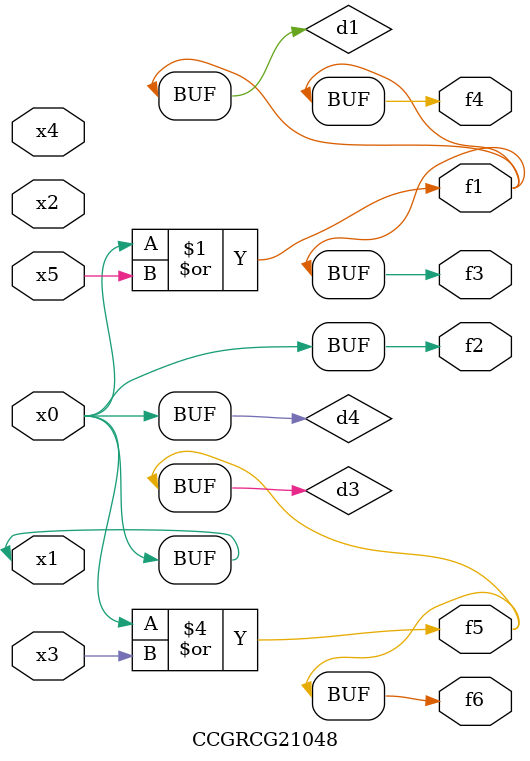
<source format=v>
module CCGRCG21048(
	input x0, x1, x2, x3, x4, x5,
	output f1, f2, f3, f4, f5, f6
);

	wire d1, d2, d3, d4;

	or (d1, x0, x5);
	xnor (d2, x1, x4);
	or (d3, x0, x3);
	buf (d4, x0, x1);
	assign f1 = d1;
	assign f2 = d4;
	assign f3 = d1;
	assign f4 = d1;
	assign f5 = d3;
	assign f6 = d3;
endmodule

</source>
